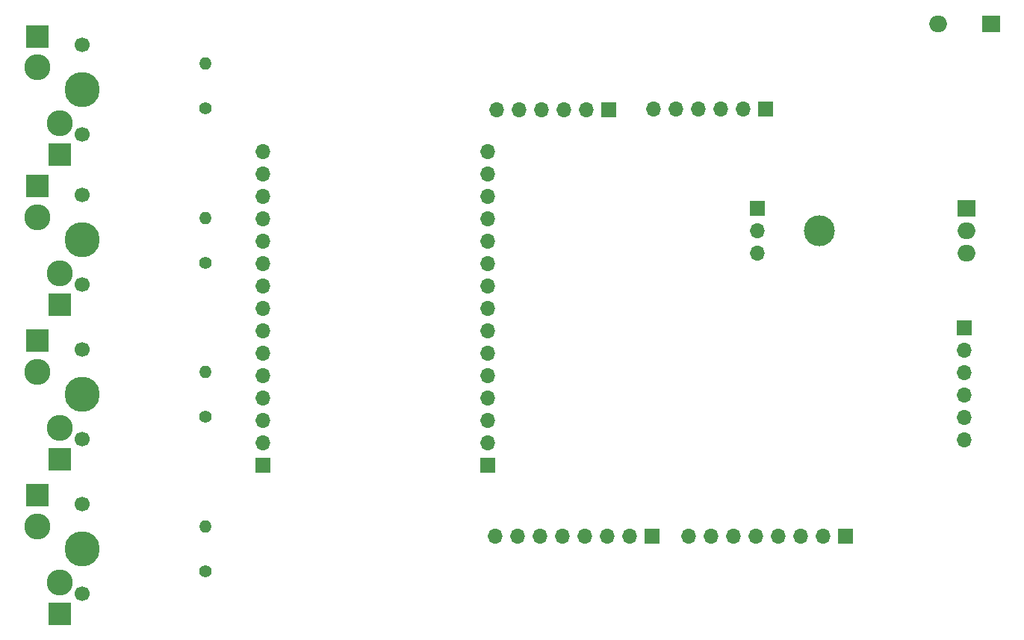
<source format=gbr>
%TF.GenerationSoftware,KiCad,Pcbnew,9.0.0*%
%TF.CreationDate,2025-03-21T00:34:27+09:00*%
%TF.ProjectId,osuino_v1,6f737569-6e6f-45f7-9631-2e6b69636164,rev?*%
%TF.SameCoordinates,Original*%
%TF.FileFunction,Soldermask,Bot*%
%TF.FilePolarity,Negative*%
%FSLAX46Y46*%
G04 Gerber Fmt 4.6, Leading zero omitted, Abs format (unit mm)*
G04 Created by KiCad (PCBNEW 9.0.0) date 2025-03-21 00:34:27*
%MOMM*%
%LPD*%
G01*
G04 APERTURE LIST*
%ADD10C,3.500000*%
%ADD11R,2.000000X1.905000*%
%ADD12O,2.000000X1.905000*%
%ADD13C,1.400000*%
%ADD14O,1.400000X1.400000*%
%ADD15R,1.700000X1.700000*%
%ADD16O,1.700000X1.700000*%
%ADD17C,1.700000*%
%ADD18C,2.950000*%
%ADD19C,3.980180*%
%ADD20R,2.500000X2.550000*%
G04 APERTURE END LIST*
D10*
%TO.C,U1*%
X182570000Y-88500000D03*
D11*
X199230000Y-85960000D03*
D12*
X199230000Y-88500000D03*
X199230000Y-91040000D03*
%TD*%
D13*
%TO.C,R2*%
X113000000Y-92080000D03*
D14*
X113000000Y-87000000D03*
%TD*%
D12*
%TO.C,*%
X196000000Y-65000000D03*
%TD*%
D15*
%TO.C,J8*%
X199000000Y-99460000D03*
D16*
X199000000Y-102000000D03*
X199000000Y-104540000D03*
X199000000Y-107080000D03*
X199000000Y-109620000D03*
X199000000Y-112160000D03*
%TD*%
D15*
%TO.C,J3*%
X176490000Y-74700000D03*
D16*
X173950000Y-74700000D03*
X171410000Y-74700000D03*
X168870000Y-74700000D03*
X166330000Y-74700000D03*
X163790000Y-74700000D03*
%TD*%
D15*
%TO.C,J4*%
X158690000Y-74760000D03*
D16*
X156150000Y-74760000D03*
X153610000Y-74760000D03*
X151070000Y-74760000D03*
X148530000Y-74760000D03*
X145990000Y-74760000D03*
%TD*%
D13*
%TO.C,R3*%
X113000000Y-109540000D03*
D14*
X113000000Y-104460000D03*
%TD*%
D13*
%TO.C,R4*%
X113000000Y-127040000D03*
D14*
X113000000Y-121960000D03*
%TD*%
D15*
%TO.C,J1*%
X185510000Y-123060000D03*
D16*
X182970000Y-123060000D03*
X180430000Y-123060000D03*
X177890000Y-123060000D03*
X175350000Y-123060000D03*
X172810000Y-123060000D03*
X170270000Y-123060000D03*
X167730000Y-123060000D03*
%TD*%
D11*
%TO.C,*%
X202000000Y-65000000D03*
%TD*%
D15*
%TO.C,J5*%
X145000000Y-115060000D03*
D16*
X145000000Y-112520000D03*
X145000000Y-109980000D03*
X145000000Y-107440000D03*
X145000000Y-104900000D03*
X145000000Y-102360000D03*
X145000000Y-99820000D03*
X145000000Y-97280000D03*
X145000000Y-94740000D03*
X145000000Y-92200000D03*
X145000000Y-89660000D03*
X145000000Y-87120000D03*
X145000000Y-84580000D03*
X145000000Y-82040000D03*
X145000000Y-79500000D03*
%TD*%
D13*
%TO.C,R1*%
X113000000Y-74580000D03*
D14*
X113000000Y-69500000D03*
%TD*%
D15*
%TO.C,J7*%
X175500000Y-85920000D03*
D16*
X175500000Y-88460000D03*
X175500000Y-91000000D03*
%TD*%
D15*
%TO.C,J6*%
X119500000Y-115060000D03*
D16*
X119500000Y-112520000D03*
X119500000Y-109980000D03*
X119500000Y-107440000D03*
X119500000Y-104900000D03*
X119500000Y-102360000D03*
X119500000Y-99820000D03*
X119500000Y-97280000D03*
X119500000Y-94740000D03*
X119500000Y-92200000D03*
X119500000Y-89660000D03*
X119500000Y-87120000D03*
X119500000Y-84580000D03*
X119500000Y-82040000D03*
X119500000Y-79500000D03*
%TD*%
D15*
%TO.C,J2*%
X163610000Y-123070000D03*
D16*
X161070000Y-123070000D03*
X158530000Y-123070000D03*
X155990000Y-123070000D03*
X153450000Y-123070000D03*
X150910000Y-123070000D03*
X148370000Y-123070000D03*
X145830000Y-123070000D03*
%TD*%
D17*
%TO.C,SW2*%
X99000000Y-84420000D03*
D18*
X93920000Y-86960000D03*
D19*
X99000000Y-89500000D03*
D18*
X96460000Y-93310000D03*
D17*
X99000000Y-94580000D03*
D20*
X96460000Y-96860000D03*
X93920000Y-83410000D03*
%TD*%
D17*
%TO.C,SW3*%
X99000000Y-101920000D03*
D18*
X93920000Y-104460000D03*
D19*
X99000000Y-107000000D03*
D18*
X96460000Y-110810000D03*
D17*
X99000000Y-112080000D03*
D20*
X96460000Y-114360000D03*
X93920000Y-100910000D03*
%TD*%
D17*
%TO.C,SW4*%
X99000000Y-119420000D03*
D18*
X93920000Y-121960000D03*
D19*
X99000000Y-124500000D03*
D18*
X96460000Y-128310000D03*
D17*
X99000000Y-129580000D03*
D20*
X96460000Y-131860000D03*
X93920000Y-118410000D03*
%TD*%
D17*
%TO.C,SW1*%
X99000000Y-67420000D03*
D18*
X93920000Y-69960000D03*
D19*
X99000000Y-72500000D03*
D18*
X96460000Y-76310000D03*
D17*
X99000000Y-77580000D03*
D20*
X96460000Y-79860000D03*
X93920000Y-66410000D03*
%TD*%
M02*

</source>
